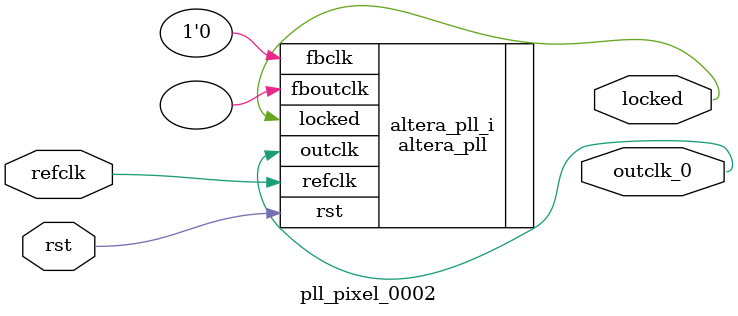
<source format=v>
`timescale 1ns/10ps
module  pll_pixel_0002(

	// interface 'refclk'
	input wire refclk,

	// interface 'reset'
	input wire rst,

	// interface 'outclk0'
	output wire outclk_0,

	// interface 'locked'
	output wire locked
);

	altera_pll #(
		.fractional_vco_multiplier("false"),
		.reference_clock_frequency("50.0 MHz"),
		.operation_mode("direct"),
		.number_of_clocks(1),
		.output_clock_frequency0("162.000000 MHz"),
		.phase_shift0("0 ps"),
		.duty_cycle0(50),
		.output_clock_frequency1("0 MHz"),
		.phase_shift1("0 ps"),
		.duty_cycle1(50),
		.output_clock_frequency2("0 MHz"),
		.phase_shift2("0 ps"),
		.duty_cycle2(50),
		.output_clock_frequency3("0 MHz"),
		.phase_shift3("0 ps"),
		.duty_cycle3(50),
		.output_clock_frequency4("0 MHz"),
		.phase_shift4("0 ps"),
		.duty_cycle4(50),
		.output_clock_frequency5("0 MHz"),
		.phase_shift5("0 ps"),
		.duty_cycle5(50),
		.output_clock_frequency6("0 MHz"),
		.phase_shift6("0 ps"),
		.duty_cycle6(50),
		.output_clock_frequency7("0 MHz"),
		.phase_shift7("0 ps"),
		.duty_cycle7(50),
		.output_clock_frequency8("0 MHz"),
		.phase_shift8("0 ps"),
		.duty_cycle8(50),
		.output_clock_frequency9("0 MHz"),
		.phase_shift9("0 ps"),
		.duty_cycle9(50),
		.output_clock_frequency10("0 MHz"),
		.phase_shift10("0 ps"),
		.duty_cycle10(50),
		.output_clock_frequency11("0 MHz"),
		.phase_shift11("0 ps"),
		.duty_cycle11(50),
		.output_clock_frequency12("0 MHz"),
		.phase_shift12("0 ps"),
		.duty_cycle12(50),
		.output_clock_frequency13("0 MHz"),
		.phase_shift13("0 ps"),
		.duty_cycle13(50),
		.output_clock_frequency14("0 MHz"),
		.phase_shift14("0 ps"),
		.duty_cycle14(50),
		.output_clock_frequency15("0 MHz"),
		.phase_shift15("0 ps"),
		.duty_cycle15(50),
		.output_clock_frequency16("0 MHz"),
		.phase_shift16("0 ps"),
		.duty_cycle16(50),
		.output_clock_frequency17("0 MHz"),
		.phase_shift17("0 ps"),
		.duty_cycle17(50),
		.pll_type("General"),
		.pll_subtype("General")
	) altera_pll_i (
		.rst	(rst),
		.outclk	({outclk_0}),
		.locked	(locked),
		.fboutclk	( ),
		.fbclk	(1'b0),
		.refclk	(refclk)
	);
endmodule


</source>
